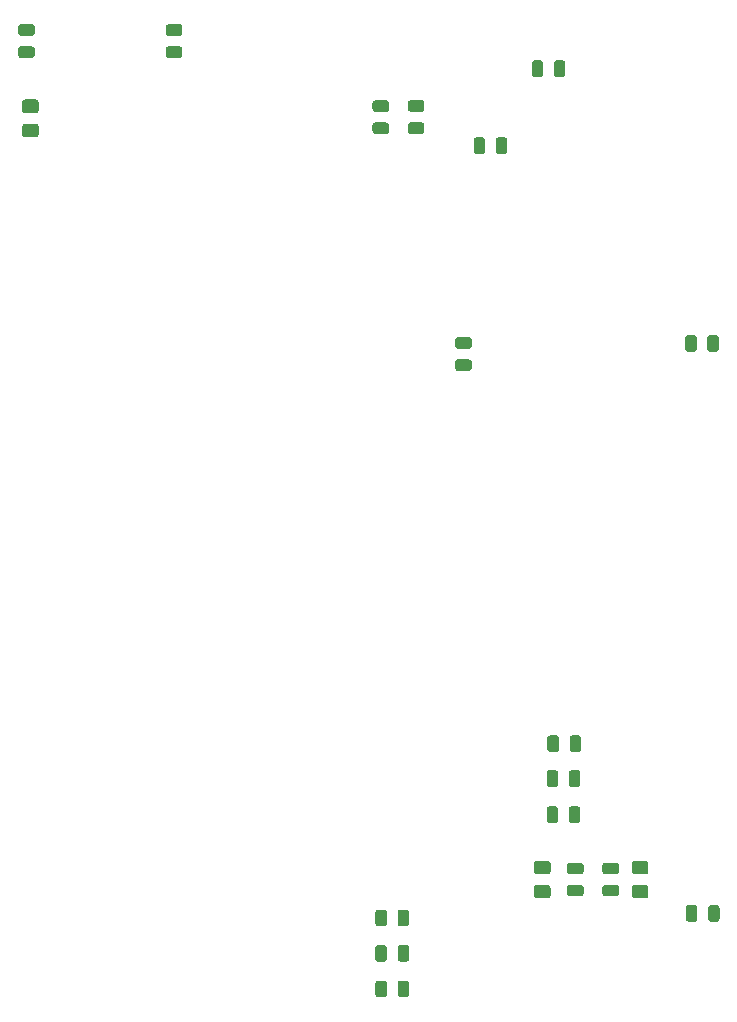
<source format=gbr>
G04 #@! TF.GenerationSoftware,KiCad,Pcbnew,(5.1.5)-3*
G04 #@! TF.CreationDate,2020-06-15T09:38:15+02:00*
G04 #@! TF.ProjectId,LAWO_ESP32,4c41574f-5f45-4535-9033-322e6b696361,rev?*
G04 #@! TF.SameCoordinates,Original*
G04 #@! TF.FileFunction,Paste,Top*
G04 #@! TF.FilePolarity,Positive*
%FSLAX46Y46*%
G04 Gerber Fmt 4.6, Leading zero omitted, Abs format (unit mm)*
G04 Created by KiCad (PCBNEW (5.1.5)-3) date 2020-06-15 09:38:15*
%MOMM*%
%LPD*%
G04 APERTURE LIST*
%ADD10C,0.100000*%
G04 APERTURE END LIST*
D10*
G36*
X75616743Y-36156574D02*
G01*
X75640404Y-36160084D01*
X75663608Y-36165896D01*
X75686130Y-36173954D01*
X75707754Y-36184182D01*
X75728271Y-36196479D01*
X75747484Y-36210729D01*
X75765208Y-36226793D01*
X75781272Y-36244517D01*
X75795522Y-36263730D01*
X75807819Y-36284247D01*
X75818047Y-36305871D01*
X75826105Y-36328393D01*
X75831917Y-36351597D01*
X75835427Y-36375258D01*
X75836601Y-36399150D01*
X75836601Y-37311650D01*
X75835427Y-37335542D01*
X75831917Y-37359203D01*
X75826105Y-37382407D01*
X75818047Y-37404929D01*
X75807819Y-37426553D01*
X75795522Y-37447070D01*
X75781272Y-37466283D01*
X75765208Y-37484007D01*
X75747484Y-37500071D01*
X75728271Y-37514321D01*
X75707754Y-37526618D01*
X75686130Y-37536846D01*
X75663608Y-37544904D01*
X75640404Y-37550716D01*
X75616743Y-37554226D01*
X75592851Y-37555400D01*
X75105351Y-37555400D01*
X75081459Y-37554226D01*
X75057798Y-37550716D01*
X75034594Y-37544904D01*
X75012072Y-37536846D01*
X74990448Y-37526618D01*
X74969931Y-37514321D01*
X74950718Y-37500071D01*
X74932994Y-37484007D01*
X74916930Y-37466283D01*
X74902680Y-37447070D01*
X74890383Y-37426553D01*
X74880155Y-37404929D01*
X74872097Y-37382407D01*
X74866285Y-37359203D01*
X74862775Y-37335542D01*
X74861601Y-37311650D01*
X74861601Y-36399150D01*
X74862775Y-36375258D01*
X74866285Y-36351597D01*
X74872097Y-36328393D01*
X74880155Y-36305871D01*
X74890383Y-36284247D01*
X74902680Y-36263730D01*
X74916930Y-36244517D01*
X74932994Y-36226793D01*
X74950718Y-36210729D01*
X74969931Y-36196479D01*
X74990448Y-36184182D01*
X75012072Y-36173954D01*
X75034594Y-36165896D01*
X75057798Y-36160084D01*
X75081459Y-36156574D01*
X75105351Y-36155400D01*
X75592851Y-36155400D01*
X75616743Y-36156574D01*
G37*
G36*
X77491743Y-36156574D02*
G01*
X77515404Y-36160084D01*
X77538608Y-36165896D01*
X77561130Y-36173954D01*
X77582754Y-36184182D01*
X77603271Y-36196479D01*
X77622484Y-36210729D01*
X77640208Y-36226793D01*
X77656272Y-36244517D01*
X77670522Y-36263730D01*
X77682819Y-36284247D01*
X77693047Y-36305871D01*
X77701105Y-36328393D01*
X77706917Y-36351597D01*
X77710427Y-36375258D01*
X77711601Y-36399150D01*
X77711601Y-37311650D01*
X77710427Y-37335542D01*
X77706917Y-37359203D01*
X77701105Y-37382407D01*
X77693047Y-37404929D01*
X77682819Y-37426553D01*
X77670522Y-37447070D01*
X77656272Y-37466283D01*
X77640208Y-37484007D01*
X77622484Y-37500071D01*
X77603271Y-37514321D01*
X77582754Y-37526618D01*
X77561130Y-37536846D01*
X77538608Y-37544904D01*
X77515404Y-37550716D01*
X77491743Y-37554226D01*
X77467851Y-37555400D01*
X76980351Y-37555400D01*
X76956459Y-37554226D01*
X76932798Y-37550716D01*
X76909594Y-37544904D01*
X76887072Y-37536846D01*
X76865448Y-37526618D01*
X76844931Y-37514321D01*
X76825718Y-37500071D01*
X76807994Y-37484007D01*
X76791930Y-37466283D01*
X76777680Y-37447070D01*
X76765383Y-37426553D01*
X76755155Y-37404929D01*
X76747097Y-37382407D01*
X76741285Y-37359203D01*
X76737775Y-37335542D01*
X76736601Y-37311650D01*
X76736601Y-36399150D01*
X76737775Y-36375258D01*
X76741285Y-36351597D01*
X76747097Y-36328393D01*
X76755155Y-36305871D01*
X76765383Y-36284247D01*
X76777680Y-36263730D01*
X76791930Y-36244517D01*
X76807994Y-36226793D01*
X76825718Y-36210729D01*
X76844931Y-36196479D01*
X76865448Y-36184182D01*
X76887072Y-36173954D01*
X76909594Y-36165896D01*
X76932798Y-36160084D01*
X76956459Y-36156574D01*
X76980351Y-36155400D01*
X77467851Y-36155400D01*
X77491743Y-36156574D01*
G37*
G36*
X80533942Y-29641474D02*
G01*
X80557603Y-29644984D01*
X80580807Y-29650796D01*
X80603329Y-29658854D01*
X80624953Y-29669082D01*
X80645470Y-29681379D01*
X80664683Y-29695629D01*
X80682407Y-29711693D01*
X80698471Y-29729417D01*
X80712721Y-29748630D01*
X80725018Y-29769147D01*
X80735246Y-29790771D01*
X80743304Y-29813293D01*
X80749116Y-29836497D01*
X80752626Y-29860158D01*
X80753800Y-29884050D01*
X80753800Y-30796550D01*
X80752626Y-30820442D01*
X80749116Y-30844103D01*
X80743304Y-30867307D01*
X80735246Y-30889829D01*
X80725018Y-30911453D01*
X80712721Y-30931970D01*
X80698471Y-30951183D01*
X80682407Y-30968907D01*
X80664683Y-30984971D01*
X80645470Y-30999221D01*
X80624953Y-31011518D01*
X80603329Y-31021746D01*
X80580807Y-31029804D01*
X80557603Y-31035616D01*
X80533942Y-31039126D01*
X80510050Y-31040300D01*
X80022550Y-31040300D01*
X79998658Y-31039126D01*
X79974997Y-31035616D01*
X79951793Y-31029804D01*
X79929271Y-31021746D01*
X79907647Y-31011518D01*
X79887130Y-30999221D01*
X79867917Y-30984971D01*
X79850193Y-30968907D01*
X79834129Y-30951183D01*
X79819879Y-30931970D01*
X79807582Y-30911453D01*
X79797354Y-30889829D01*
X79789296Y-30867307D01*
X79783484Y-30844103D01*
X79779974Y-30820442D01*
X79778800Y-30796550D01*
X79778800Y-29884050D01*
X79779974Y-29860158D01*
X79783484Y-29836497D01*
X79789296Y-29813293D01*
X79797354Y-29790771D01*
X79807582Y-29769147D01*
X79819879Y-29748630D01*
X79834129Y-29729417D01*
X79850193Y-29711693D01*
X79867917Y-29695629D01*
X79887130Y-29681379D01*
X79907647Y-29669082D01*
X79929271Y-29658854D01*
X79951793Y-29650796D01*
X79974997Y-29644984D01*
X79998658Y-29641474D01*
X80022550Y-29640300D01*
X80510050Y-29640300D01*
X80533942Y-29641474D01*
G37*
G36*
X82408942Y-29641474D02*
G01*
X82432603Y-29644984D01*
X82455807Y-29650796D01*
X82478329Y-29658854D01*
X82499953Y-29669082D01*
X82520470Y-29681379D01*
X82539683Y-29695629D01*
X82557407Y-29711693D01*
X82573471Y-29729417D01*
X82587721Y-29748630D01*
X82600018Y-29769147D01*
X82610246Y-29790771D01*
X82618304Y-29813293D01*
X82624116Y-29836497D01*
X82627626Y-29860158D01*
X82628800Y-29884050D01*
X82628800Y-30796550D01*
X82627626Y-30820442D01*
X82624116Y-30844103D01*
X82618304Y-30867307D01*
X82610246Y-30889829D01*
X82600018Y-30911453D01*
X82587721Y-30931970D01*
X82573471Y-30951183D01*
X82557407Y-30968907D01*
X82539683Y-30984971D01*
X82520470Y-30999221D01*
X82499953Y-31011518D01*
X82478329Y-31021746D01*
X82455807Y-31029804D01*
X82432603Y-31035616D01*
X82408942Y-31039126D01*
X82385050Y-31040300D01*
X81897550Y-31040300D01*
X81873658Y-31039126D01*
X81849997Y-31035616D01*
X81826793Y-31029804D01*
X81804271Y-31021746D01*
X81782647Y-31011518D01*
X81762130Y-30999221D01*
X81742917Y-30984971D01*
X81725193Y-30968907D01*
X81709129Y-30951183D01*
X81694879Y-30931970D01*
X81682582Y-30911453D01*
X81672354Y-30889829D01*
X81664296Y-30867307D01*
X81658484Y-30844103D01*
X81654974Y-30820442D01*
X81653800Y-30796550D01*
X81653800Y-29884050D01*
X81654974Y-29860158D01*
X81658484Y-29836497D01*
X81664296Y-29813293D01*
X81672354Y-29790771D01*
X81682582Y-29769147D01*
X81694879Y-29748630D01*
X81709129Y-29729417D01*
X81725193Y-29711693D01*
X81742917Y-29695629D01*
X81762130Y-29681379D01*
X81782647Y-29669082D01*
X81804271Y-29658854D01*
X81826793Y-29650796D01*
X81849997Y-29644984D01*
X81873658Y-29641474D01*
X81897550Y-29640300D01*
X82385050Y-29640300D01*
X82408942Y-29641474D01*
G37*
G36*
X67480142Y-34889074D02*
G01*
X67503803Y-34892584D01*
X67527007Y-34898396D01*
X67549529Y-34906454D01*
X67571153Y-34916682D01*
X67591670Y-34928979D01*
X67610883Y-34943229D01*
X67628607Y-34959293D01*
X67644671Y-34977017D01*
X67658921Y-34996230D01*
X67671218Y-35016747D01*
X67681446Y-35038371D01*
X67689504Y-35060893D01*
X67695316Y-35084097D01*
X67698826Y-35107758D01*
X67700000Y-35131650D01*
X67700000Y-35619150D01*
X67698826Y-35643042D01*
X67695316Y-35666703D01*
X67689504Y-35689907D01*
X67681446Y-35712429D01*
X67671218Y-35734053D01*
X67658921Y-35754570D01*
X67644671Y-35773783D01*
X67628607Y-35791507D01*
X67610883Y-35807571D01*
X67591670Y-35821821D01*
X67571153Y-35834118D01*
X67549529Y-35844346D01*
X67527007Y-35852404D01*
X67503803Y-35858216D01*
X67480142Y-35861726D01*
X67456250Y-35862900D01*
X66543750Y-35862900D01*
X66519858Y-35861726D01*
X66496197Y-35858216D01*
X66472993Y-35852404D01*
X66450471Y-35844346D01*
X66428847Y-35834118D01*
X66408330Y-35821821D01*
X66389117Y-35807571D01*
X66371393Y-35791507D01*
X66355329Y-35773783D01*
X66341079Y-35754570D01*
X66328782Y-35734053D01*
X66318554Y-35712429D01*
X66310496Y-35689907D01*
X66304684Y-35666703D01*
X66301174Y-35643042D01*
X66300000Y-35619150D01*
X66300000Y-35131650D01*
X66301174Y-35107758D01*
X66304684Y-35084097D01*
X66310496Y-35060893D01*
X66318554Y-35038371D01*
X66328782Y-35016747D01*
X66341079Y-34996230D01*
X66355329Y-34977017D01*
X66371393Y-34959293D01*
X66389117Y-34943229D01*
X66408330Y-34928979D01*
X66428847Y-34916682D01*
X66450471Y-34906454D01*
X66472993Y-34898396D01*
X66496197Y-34892584D01*
X66519858Y-34889074D01*
X66543750Y-34887900D01*
X67456250Y-34887900D01*
X67480142Y-34889074D01*
G37*
G36*
X67480142Y-33014074D02*
G01*
X67503803Y-33017584D01*
X67527007Y-33023396D01*
X67549529Y-33031454D01*
X67571153Y-33041682D01*
X67591670Y-33053979D01*
X67610883Y-33068229D01*
X67628607Y-33084293D01*
X67644671Y-33102017D01*
X67658921Y-33121230D01*
X67671218Y-33141747D01*
X67681446Y-33163371D01*
X67689504Y-33185893D01*
X67695316Y-33209097D01*
X67698826Y-33232758D01*
X67700000Y-33256650D01*
X67700000Y-33744150D01*
X67698826Y-33768042D01*
X67695316Y-33791703D01*
X67689504Y-33814907D01*
X67681446Y-33837429D01*
X67671218Y-33859053D01*
X67658921Y-33879570D01*
X67644671Y-33898783D01*
X67628607Y-33916507D01*
X67610883Y-33932571D01*
X67591670Y-33946821D01*
X67571153Y-33959118D01*
X67549529Y-33969346D01*
X67527007Y-33977404D01*
X67503803Y-33983216D01*
X67480142Y-33986726D01*
X67456250Y-33987900D01*
X66543750Y-33987900D01*
X66519858Y-33986726D01*
X66496197Y-33983216D01*
X66472993Y-33977404D01*
X66450471Y-33969346D01*
X66428847Y-33959118D01*
X66408330Y-33946821D01*
X66389117Y-33932571D01*
X66371393Y-33916507D01*
X66355329Y-33898783D01*
X66341079Y-33879570D01*
X66328782Y-33859053D01*
X66318554Y-33837429D01*
X66310496Y-33814907D01*
X66304684Y-33791703D01*
X66301174Y-33768042D01*
X66300000Y-33744150D01*
X66300000Y-33256650D01*
X66301174Y-33232758D01*
X66304684Y-33209097D01*
X66310496Y-33185893D01*
X66318554Y-33163371D01*
X66328782Y-33141747D01*
X66341079Y-33121230D01*
X66355329Y-33102017D01*
X66371393Y-33084293D01*
X66389117Y-33068229D01*
X66408330Y-33053979D01*
X66428847Y-33041682D01*
X66450471Y-33031454D01*
X66472993Y-33023396D01*
X66496197Y-33017584D01*
X66519858Y-33014074D01*
X66543750Y-33012900D01*
X67456250Y-33012900D01*
X67480142Y-33014074D01*
G37*
G36*
X70482542Y-34880874D02*
G01*
X70506203Y-34884384D01*
X70529407Y-34890196D01*
X70551929Y-34898254D01*
X70573553Y-34908482D01*
X70594070Y-34920779D01*
X70613283Y-34935029D01*
X70631007Y-34951093D01*
X70647071Y-34968817D01*
X70661321Y-34988030D01*
X70673618Y-35008547D01*
X70683846Y-35030171D01*
X70691904Y-35052693D01*
X70697716Y-35075897D01*
X70701226Y-35099558D01*
X70702400Y-35123450D01*
X70702400Y-35610950D01*
X70701226Y-35634842D01*
X70697716Y-35658503D01*
X70691904Y-35681707D01*
X70683846Y-35704229D01*
X70673618Y-35725853D01*
X70661321Y-35746370D01*
X70647071Y-35765583D01*
X70631007Y-35783307D01*
X70613283Y-35799371D01*
X70594070Y-35813621D01*
X70573553Y-35825918D01*
X70551929Y-35836146D01*
X70529407Y-35844204D01*
X70506203Y-35850016D01*
X70482542Y-35853526D01*
X70458650Y-35854700D01*
X69546150Y-35854700D01*
X69522258Y-35853526D01*
X69498597Y-35850016D01*
X69475393Y-35844204D01*
X69452871Y-35836146D01*
X69431247Y-35825918D01*
X69410730Y-35813621D01*
X69391517Y-35799371D01*
X69373793Y-35783307D01*
X69357729Y-35765583D01*
X69343479Y-35746370D01*
X69331182Y-35725853D01*
X69320954Y-35704229D01*
X69312896Y-35681707D01*
X69307084Y-35658503D01*
X69303574Y-35634842D01*
X69302400Y-35610950D01*
X69302400Y-35123450D01*
X69303574Y-35099558D01*
X69307084Y-35075897D01*
X69312896Y-35052693D01*
X69320954Y-35030171D01*
X69331182Y-35008547D01*
X69343479Y-34988030D01*
X69357729Y-34968817D01*
X69373793Y-34951093D01*
X69391517Y-34935029D01*
X69410730Y-34920779D01*
X69431247Y-34908482D01*
X69452871Y-34898254D01*
X69475393Y-34890196D01*
X69498597Y-34884384D01*
X69522258Y-34880874D01*
X69546150Y-34879700D01*
X70458650Y-34879700D01*
X70482542Y-34880874D01*
G37*
G36*
X70482542Y-33005874D02*
G01*
X70506203Y-33009384D01*
X70529407Y-33015196D01*
X70551929Y-33023254D01*
X70573553Y-33033482D01*
X70594070Y-33045779D01*
X70613283Y-33060029D01*
X70631007Y-33076093D01*
X70647071Y-33093817D01*
X70661321Y-33113030D01*
X70673618Y-33133547D01*
X70683846Y-33155171D01*
X70691904Y-33177693D01*
X70697716Y-33200897D01*
X70701226Y-33224558D01*
X70702400Y-33248450D01*
X70702400Y-33735950D01*
X70701226Y-33759842D01*
X70697716Y-33783503D01*
X70691904Y-33806707D01*
X70683846Y-33829229D01*
X70673618Y-33850853D01*
X70661321Y-33871370D01*
X70647071Y-33890583D01*
X70631007Y-33908307D01*
X70613283Y-33924371D01*
X70594070Y-33938621D01*
X70573553Y-33950918D01*
X70551929Y-33961146D01*
X70529407Y-33969204D01*
X70506203Y-33975016D01*
X70482542Y-33978526D01*
X70458650Y-33979700D01*
X69546150Y-33979700D01*
X69522258Y-33978526D01*
X69498597Y-33975016D01*
X69475393Y-33969204D01*
X69452871Y-33961146D01*
X69431247Y-33950918D01*
X69410730Y-33938621D01*
X69391517Y-33924371D01*
X69373793Y-33908307D01*
X69357729Y-33890583D01*
X69343479Y-33871370D01*
X69331182Y-33850853D01*
X69320954Y-33829229D01*
X69312896Y-33806707D01*
X69307084Y-33783503D01*
X69303574Y-33759842D01*
X69302400Y-33735950D01*
X69302400Y-33248450D01*
X69303574Y-33224558D01*
X69307084Y-33200897D01*
X69312896Y-33177693D01*
X69320954Y-33155171D01*
X69331182Y-33133547D01*
X69343479Y-33113030D01*
X69357729Y-33093817D01*
X69373793Y-33076093D01*
X69391517Y-33060029D01*
X69410730Y-33045779D01*
X69431247Y-33033482D01*
X69452871Y-33023254D01*
X69475393Y-33015196D01*
X69498597Y-33009384D01*
X69522258Y-33005874D01*
X69546150Y-33004700D01*
X70458650Y-33004700D01*
X70482542Y-33005874D01*
G37*
G36*
X49980142Y-28451174D02*
G01*
X50003803Y-28454684D01*
X50027007Y-28460496D01*
X50049529Y-28468554D01*
X50071153Y-28478782D01*
X50091670Y-28491079D01*
X50110883Y-28505329D01*
X50128607Y-28521393D01*
X50144671Y-28539117D01*
X50158921Y-28558330D01*
X50171218Y-28578847D01*
X50181446Y-28600471D01*
X50189504Y-28622993D01*
X50195316Y-28646197D01*
X50198826Y-28669858D01*
X50200000Y-28693750D01*
X50200000Y-29181250D01*
X50198826Y-29205142D01*
X50195316Y-29228803D01*
X50189504Y-29252007D01*
X50181446Y-29274529D01*
X50171218Y-29296153D01*
X50158921Y-29316670D01*
X50144671Y-29335883D01*
X50128607Y-29353607D01*
X50110883Y-29369671D01*
X50091670Y-29383921D01*
X50071153Y-29396218D01*
X50049529Y-29406446D01*
X50027007Y-29414504D01*
X50003803Y-29420316D01*
X49980142Y-29423826D01*
X49956250Y-29425000D01*
X49043750Y-29425000D01*
X49019858Y-29423826D01*
X48996197Y-29420316D01*
X48972993Y-29414504D01*
X48950471Y-29406446D01*
X48928847Y-29396218D01*
X48908330Y-29383921D01*
X48889117Y-29369671D01*
X48871393Y-29353607D01*
X48855329Y-29335883D01*
X48841079Y-29316670D01*
X48828782Y-29296153D01*
X48818554Y-29274529D01*
X48810496Y-29252007D01*
X48804684Y-29228803D01*
X48801174Y-29205142D01*
X48800000Y-29181250D01*
X48800000Y-28693750D01*
X48801174Y-28669858D01*
X48804684Y-28646197D01*
X48810496Y-28622993D01*
X48818554Y-28600471D01*
X48828782Y-28578847D01*
X48841079Y-28558330D01*
X48855329Y-28539117D01*
X48871393Y-28521393D01*
X48889117Y-28505329D01*
X48908330Y-28491079D01*
X48928847Y-28478782D01*
X48950471Y-28468554D01*
X48972993Y-28460496D01*
X48996197Y-28454684D01*
X49019858Y-28451174D01*
X49043750Y-28450000D01*
X49956250Y-28450000D01*
X49980142Y-28451174D01*
G37*
G36*
X49980142Y-26576174D02*
G01*
X50003803Y-26579684D01*
X50027007Y-26585496D01*
X50049529Y-26593554D01*
X50071153Y-26603782D01*
X50091670Y-26616079D01*
X50110883Y-26630329D01*
X50128607Y-26646393D01*
X50144671Y-26664117D01*
X50158921Y-26683330D01*
X50171218Y-26703847D01*
X50181446Y-26725471D01*
X50189504Y-26747993D01*
X50195316Y-26771197D01*
X50198826Y-26794858D01*
X50200000Y-26818750D01*
X50200000Y-27306250D01*
X50198826Y-27330142D01*
X50195316Y-27353803D01*
X50189504Y-27377007D01*
X50181446Y-27399529D01*
X50171218Y-27421153D01*
X50158921Y-27441670D01*
X50144671Y-27460883D01*
X50128607Y-27478607D01*
X50110883Y-27494671D01*
X50091670Y-27508921D01*
X50071153Y-27521218D01*
X50049529Y-27531446D01*
X50027007Y-27539504D01*
X50003803Y-27545316D01*
X49980142Y-27548826D01*
X49956250Y-27550000D01*
X49043750Y-27550000D01*
X49019858Y-27548826D01*
X48996197Y-27545316D01*
X48972993Y-27539504D01*
X48950471Y-27531446D01*
X48928847Y-27521218D01*
X48908330Y-27508921D01*
X48889117Y-27494671D01*
X48871393Y-27478607D01*
X48855329Y-27460883D01*
X48841079Y-27441670D01*
X48828782Y-27421153D01*
X48818554Y-27399529D01*
X48810496Y-27377007D01*
X48804684Y-27353803D01*
X48801174Y-27330142D01*
X48800000Y-27306250D01*
X48800000Y-26818750D01*
X48801174Y-26794858D01*
X48804684Y-26771197D01*
X48810496Y-26747993D01*
X48818554Y-26725471D01*
X48828782Y-26703847D01*
X48841079Y-26683330D01*
X48855329Y-26664117D01*
X48871393Y-26646393D01*
X48889117Y-26630329D01*
X48908330Y-26616079D01*
X48928847Y-26603782D01*
X48950471Y-26593554D01*
X48972993Y-26585496D01*
X48996197Y-26579684D01*
X49019858Y-26576174D01*
X49043750Y-26575000D01*
X49956250Y-26575000D01*
X49980142Y-26576174D01*
G37*
G36*
X37480142Y-26576174D02*
G01*
X37503803Y-26579684D01*
X37527007Y-26585496D01*
X37549529Y-26593554D01*
X37571153Y-26603782D01*
X37591670Y-26616079D01*
X37610883Y-26630329D01*
X37628607Y-26646393D01*
X37644671Y-26664117D01*
X37658921Y-26683330D01*
X37671218Y-26703847D01*
X37681446Y-26725471D01*
X37689504Y-26747993D01*
X37695316Y-26771197D01*
X37698826Y-26794858D01*
X37700000Y-26818750D01*
X37700000Y-27306250D01*
X37698826Y-27330142D01*
X37695316Y-27353803D01*
X37689504Y-27377007D01*
X37681446Y-27399529D01*
X37671218Y-27421153D01*
X37658921Y-27441670D01*
X37644671Y-27460883D01*
X37628607Y-27478607D01*
X37610883Y-27494671D01*
X37591670Y-27508921D01*
X37571153Y-27521218D01*
X37549529Y-27531446D01*
X37527007Y-27539504D01*
X37503803Y-27545316D01*
X37480142Y-27548826D01*
X37456250Y-27550000D01*
X36543750Y-27550000D01*
X36519858Y-27548826D01*
X36496197Y-27545316D01*
X36472993Y-27539504D01*
X36450471Y-27531446D01*
X36428847Y-27521218D01*
X36408330Y-27508921D01*
X36389117Y-27494671D01*
X36371393Y-27478607D01*
X36355329Y-27460883D01*
X36341079Y-27441670D01*
X36328782Y-27421153D01*
X36318554Y-27399529D01*
X36310496Y-27377007D01*
X36304684Y-27353803D01*
X36301174Y-27330142D01*
X36300000Y-27306250D01*
X36300000Y-26818750D01*
X36301174Y-26794858D01*
X36304684Y-26771197D01*
X36310496Y-26747993D01*
X36318554Y-26725471D01*
X36328782Y-26703847D01*
X36341079Y-26683330D01*
X36355329Y-26664117D01*
X36371393Y-26646393D01*
X36389117Y-26630329D01*
X36408330Y-26616079D01*
X36428847Y-26603782D01*
X36450471Y-26593554D01*
X36472993Y-26585496D01*
X36496197Y-26579684D01*
X36519858Y-26576174D01*
X36543750Y-26575000D01*
X37456250Y-26575000D01*
X37480142Y-26576174D01*
G37*
G36*
X37480142Y-28451174D02*
G01*
X37503803Y-28454684D01*
X37527007Y-28460496D01*
X37549529Y-28468554D01*
X37571153Y-28478782D01*
X37591670Y-28491079D01*
X37610883Y-28505329D01*
X37628607Y-28521393D01*
X37644671Y-28539117D01*
X37658921Y-28558330D01*
X37671218Y-28578847D01*
X37681446Y-28600471D01*
X37689504Y-28622993D01*
X37695316Y-28646197D01*
X37698826Y-28669858D01*
X37700000Y-28693750D01*
X37700000Y-29181250D01*
X37698826Y-29205142D01*
X37695316Y-29228803D01*
X37689504Y-29252007D01*
X37681446Y-29274529D01*
X37671218Y-29296153D01*
X37658921Y-29316670D01*
X37644671Y-29335883D01*
X37628607Y-29353607D01*
X37610883Y-29369671D01*
X37591670Y-29383921D01*
X37571153Y-29396218D01*
X37549529Y-29406446D01*
X37527007Y-29414504D01*
X37503803Y-29420316D01*
X37480142Y-29423826D01*
X37456250Y-29425000D01*
X36543750Y-29425000D01*
X36519858Y-29423826D01*
X36496197Y-29420316D01*
X36472993Y-29414504D01*
X36450471Y-29406446D01*
X36428847Y-29396218D01*
X36408330Y-29383921D01*
X36389117Y-29369671D01*
X36371393Y-29353607D01*
X36355329Y-29335883D01*
X36341079Y-29316670D01*
X36328782Y-29296153D01*
X36318554Y-29274529D01*
X36310496Y-29252007D01*
X36304684Y-29228803D01*
X36301174Y-29205142D01*
X36300000Y-29181250D01*
X36300000Y-28693750D01*
X36301174Y-28669858D01*
X36304684Y-28646197D01*
X36310496Y-28622993D01*
X36318554Y-28600471D01*
X36328782Y-28578847D01*
X36341079Y-28558330D01*
X36355329Y-28539117D01*
X36371393Y-28521393D01*
X36389117Y-28505329D01*
X36408330Y-28491079D01*
X36428847Y-28478782D01*
X36450471Y-28468554D01*
X36472993Y-28460496D01*
X36496197Y-28454684D01*
X36519858Y-28451174D01*
X36543750Y-28450000D01*
X37456250Y-28450000D01*
X37480142Y-28451174D01*
G37*
G36*
X93530142Y-52901174D02*
G01*
X93553803Y-52904684D01*
X93577007Y-52910496D01*
X93599529Y-52918554D01*
X93621153Y-52928782D01*
X93641670Y-52941079D01*
X93660883Y-52955329D01*
X93678607Y-52971393D01*
X93694671Y-52989117D01*
X93708921Y-53008330D01*
X93721218Y-53028847D01*
X93731446Y-53050471D01*
X93739504Y-53072993D01*
X93745316Y-53096197D01*
X93748826Y-53119858D01*
X93750000Y-53143750D01*
X93750000Y-54056250D01*
X93748826Y-54080142D01*
X93745316Y-54103803D01*
X93739504Y-54127007D01*
X93731446Y-54149529D01*
X93721218Y-54171153D01*
X93708921Y-54191670D01*
X93694671Y-54210883D01*
X93678607Y-54228607D01*
X93660883Y-54244671D01*
X93641670Y-54258921D01*
X93621153Y-54271218D01*
X93599529Y-54281446D01*
X93577007Y-54289504D01*
X93553803Y-54295316D01*
X93530142Y-54298826D01*
X93506250Y-54300000D01*
X93018750Y-54300000D01*
X92994858Y-54298826D01*
X92971197Y-54295316D01*
X92947993Y-54289504D01*
X92925471Y-54281446D01*
X92903847Y-54271218D01*
X92883330Y-54258921D01*
X92864117Y-54244671D01*
X92846393Y-54228607D01*
X92830329Y-54210883D01*
X92816079Y-54191670D01*
X92803782Y-54171153D01*
X92793554Y-54149529D01*
X92785496Y-54127007D01*
X92779684Y-54103803D01*
X92776174Y-54080142D01*
X92775000Y-54056250D01*
X92775000Y-53143750D01*
X92776174Y-53119858D01*
X92779684Y-53096197D01*
X92785496Y-53072993D01*
X92793554Y-53050471D01*
X92803782Y-53028847D01*
X92816079Y-53008330D01*
X92830329Y-52989117D01*
X92846393Y-52971393D01*
X92864117Y-52955329D01*
X92883330Y-52941079D01*
X92903847Y-52928782D01*
X92925471Y-52918554D01*
X92947993Y-52910496D01*
X92971197Y-52904684D01*
X92994858Y-52901174D01*
X93018750Y-52900000D01*
X93506250Y-52900000D01*
X93530142Y-52901174D01*
G37*
G36*
X95405142Y-52901174D02*
G01*
X95428803Y-52904684D01*
X95452007Y-52910496D01*
X95474529Y-52918554D01*
X95496153Y-52928782D01*
X95516670Y-52941079D01*
X95535883Y-52955329D01*
X95553607Y-52971393D01*
X95569671Y-52989117D01*
X95583921Y-53008330D01*
X95596218Y-53028847D01*
X95606446Y-53050471D01*
X95614504Y-53072993D01*
X95620316Y-53096197D01*
X95623826Y-53119858D01*
X95625000Y-53143750D01*
X95625000Y-54056250D01*
X95623826Y-54080142D01*
X95620316Y-54103803D01*
X95614504Y-54127007D01*
X95606446Y-54149529D01*
X95596218Y-54171153D01*
X95583921Y-54191670D01*
X95569671Y-54210883D01*
X95553607Y-54228607D01*
X95535883Y-54244671D01*
X95516670Y-54258921D01*
X95496153Y-54271218D01*
X95474529Y-54281446D01*
X95452007Y-54289504D01*
X95428803Y-54295316D01*
X95405142Y-54298826D01*
X95381250Y-54300000D01*
X94893750Y-54300000D01*
X94869858Y-54298826D01*
X94846197Y-54295316D01*
X94822993Y-54289504D01*
X94800471Y-54281446D01*
X94778847Y-54271218D01*
X94758330Y-54258921D01*
X94739117Y-54244671D01*
X94721393Y-54228607D01*
X94705329Y-54210883D01*
X94691079Y-54191670D01*
X94678782Y-54171153D01*
X94668554Y-54149529D01*
X94660496Y-54127007D01*
X94654684Y-54103803D01*
X94651174Y-54080142D01*
X94650000Y-54056250D01*
X94650000Y-53143750D01*
X94651174Y-53119858D01*
X94654684Y-53096197D01*
X94660496Y-53072993D01*
X94668554Y-53050471D01*
X94678782Y-53028847D01*
X94691079Y-53008330D01*
X94705329Y-52989117D01*
X94721393Y-52971393D01*
X94739117Y-52955329D01*
X94758330Y-52941079D01*
X94778847Y-52928782D01*
X94800471Y-52918554D01*
X94822993Y-52910496D01*
X94846197Y-52904684D01*
X94869858Y-52901174D01*
X94893750Y-52900000D01*
X95381250Y-52900000D01*
X95405142Y-52901174D01*
G37*
G36*
X95463142Y-101155174D02*
G01*
X95486803Y-101158684D01*
X95510007Y-101164496D01*
X95532529Y-101172554D01*
X95554153Y-101182782D01*
X95574670Y-101195079D01*
X95593883Y-101209329D01*
X95611607Y-101225393D01*
X95627671Y-101243117D01*
X95641921Y-101262330D01*
X95654218Y-101282847D01*
X95664446Y-101304471D01*
X95672504Y-101326993D01*
X95678316Y-101350197D01*
X95681826Y-101373858D01*
X95683000Y-101397750D01*
X95683000Y-102310250D01*
X95681826Y-102334142D01*
X95678316Y-102357803D01*
X95672504Y-102381007D01*
X95664446Y-102403529D01*
X95654218Y-102425153D01*
X95641921Y-102445670D01*
X95627671Y-102464883D01*
X95611607Y-102482607D01*
X95593883Y-102498671D01*
X95574670Y-102512921D01*
X95554153Y-102525218D01*
X95532529Y-102535446D01*
X95510007Y-102543504D01*
X95486803Y-102549316D01*
X95463142Y-102552826D01*
X95439250Y-102554000D01*
X94951750Y-102554000D01*
X94927858Y-102552826D01*
X94904197Y-102549316D01*
X94880993Y-102543504D01*
X94858471Y-102535446D01*
X94836847Y-102525218D01*
X94816330Y-102512921D01*
X94797117Y-102498671D01*
X94779393Y-102482607D01*
X94763329Y-102464883D01*
X94749079Y-102445670D01*
X94736782Y-102425153D01*
X94726554Y-102403529D01*
X94718496Y-102381007D01*
X94712684Y-102357803D01*
X94709174Y-102334142D01*
X94708000Y-102310250D01*
X94708000Y-101397750D01*
X94709174Y-101373858D01*
X94712684Y-101350197D01*
X94718496Y-101326993D01*
X94726554Y-101304471D01*
X94736782Y-101282847D01*
X94749079Y-101262330D01*
X94763329Y-101243117D01*
X94779393Y-101225393D01*
X94797117Y-101209329D01*
X94816330Y-101195079D01*
X94836847Y-101182782D01*
X94858471Y-101172554D01*
X94880993Y-101164496D01*
X94904197Y-101158684D01*
X94927858Y-101155174D01*
X94951750Y-101154000D01*
X95439250Y-101154000D01*
X95463142Y-101155174D01*
G37*
G36*
X93588142Y-101155174D02*
G01*
X93611803Y-101158684D01*
X93635007Y-101164496D01*
X93657529Y-101172554D01*
X93679153Y-101182782D01*
X93699670Y-101195079D01*
X93718883Y-101209329D01*
X93736607Y-101225393D01*
X93752671Y-101243117D01*
X93766921Y-101262330D01*
X93779218Y-101282847D01*
X93789446Y-101304471D01*
X93797504Y-101326993D01*
X93803316Y-101350197D01*
X93806826Y-101373858D01*
X93808000Y-101397750D01*
X93808000Y-102310250D01*
X93806826Y-102334142D01*
X93803316Y-102357803D01*
X93797504Y-102381007D01*
X93789446Y-102403529D01*
X93779218Y-102425153D01*
X93766921Y-102445670D01*
X93752671Y-102464883D01*
X93736607Y-102482607D01*
X93718883Y-102498671D01*
X93699670Y-102512921D01*
X93679153Y-102525218D01*
X93657529Y-102535446D01*
X93635007Y-102543504D01*
X93611803Y-102549316D01*
X93588142Y-102552826D01*
X93564250Y-102554000D01*
X93076750Y-102554000D01*
X93052858Y-102552826D01*
X93029197Y-102549316D01*
X93005993Y-102543504D01*
X92983471Y-102535446D01*
X92961847Y-102525218D01*
X92941330Y-102512921D01*
X92922117Y-102498671D01*
X92904393Y-102482607D01*
X92888329Y-102464883D01*
X92874079Y-102445670D01*
X92861782Y-102425153D01*
X92851554Y-102403529D01*
X92843496Y-102381007D01*
X92837684Y-102357803D01*
X92834174Y-102334142D01*
X92833000Y-102310250D01*
X92833000Y-101397750D01*
X92834174Y-101373858D01*
X92837684Y-101350197D01*
X92843496Y-101326993D01*
X92851554Y-101304471D01*
X92861782Y-101282847D01*
X92874079Y-101262330D01*
X92888329Y-101243117D01*
X92904393Y-101225393D01*
X92922117Y-101209329D01*
X92941330Y-101195079D01*
X92961847Y-101182782D01*
X92983471Y-101172554D01*
X93005993Y-101164496D01*
X93029197Y-101158684D01*
X93052858Y-101155174D01*
X93076750Y-101154000D01*
X93564250Y-101154000D01*
X93588142Y-101155174D01*
G37*
G36*
X74480142Y-53076174D02*
G01*
X74503803Y-53079684D01*
X74527007Y-53085496D01*
X74549529Y-53093554D01*
X74571153Y-53103782D01*
X74591670Y-53116079D01*
X74610883Y-53130329D01*
X74628607Y-53146393D01*
X74644671Y-53164117D01*
X74658921Y-53183330D01*
X74671218Y-53203847D01*
X74681446Y-53225471D01*
X74689504Y-53247993D01*
X74695316Y-53271197D01*
X74698826Y-53294858D01*
X74700000Y-53318750D01*
X74700000Y-53806250D01*
X74698826Y-53830142D01*
X74695316Y-53853803D01*
X74689504Y-53877007D01*
X74681446Y-53899529D01*
X74671218Y-53921153D01*
X74658921Y-53941670D01*
X74644671Y-53960883D01*
X74628607Y-53978607D01*
X74610883Y-53994671D01*
X74591670Y-54008921D01*
X74571153Y-54021218D01*
X74549529Y-54031446D01*
X74527007Y-54039504D01*
X74503803Y-54045316D01*
X74480142Y-54048826D01*
X74456250Y-54050000D01*
X73543750Y-54050000D01*
X73519858Y-54048826D01*
X73496197Y-54045316D01*
X73472993Y-54039504D01*
X73450471Y-54031446D01*
X73428847Y-54021218D01*
X73408330Y-54008921D01*
X73389117Y-53994671D01*
X73371393Y-53978607D01*
X73355329Y-53960883D01*
X73341079Y-53941670D01*
X73328782Y-53921153D01*
X73318554Y-53899529D01*
X73310496Y-53877007D01*
X73304684Y-53853803D01*
X73301174Y-53830142D01*
X73300000Y-53806250D01*
X73300000Y-53318750D01*
X73301174Y-53294858D01*
X73304684Y-53271197D01*
X73310496Y-53247993D01*
X73318554Y-53225471D01*
X73328782Y-53203847D01*
X73341079Y-53183330D01*
X73355329Y-53164117D01*
X73371393Y-53146393D01*
X73389117Y-53130329D01*
X73408330Y-53116079D01*
X73428847Y-53103782D01*
X73450471Y-53093554D01*
X73472993Y-53085496D01*
X73496197Y-53079684D01*
X73519858Y-53076174D01*
X73543750Y-53075000D01*
X74456250Y-53075000D01*
X74480142Y-53076174D01*
G37*
G36*
X74480142Y-54951174D02*
G01*
X74503803Y-54954684D01*
X74527007Y-54960496D01*
X74549529Y-54968554D01*
X74571153Y-54978782D01*
X74591670Y-54991079D01*
X74610883Y-55005329D01*
X74628607Y-55021393D01*
X74644671Y-55039117D01*
X74658921Y-55058330D01*
X74671218Y-55078847D01*
X74681446Y-55100471D01*
X74689504Y-55122993D01*
X74695316Y-55146197D01*
X74698826Y-55169858D01*
X74700000Y-55193750D01*
X74700000Y-55681250D01*
X74698826Y-55705142D01*
X74695316Y-55728803D01*
X74689504Y-55752007D01*
X74681446Y-55774529D01*
X74671218Y-55796153D01*
X74658921Y-55816670D01*
X74644671Y-55835883D01*
X74628607Y-55853607D01*
X74610883Y-55869671D01*
X74591670Y-55883921D01*
X74571153Y-55896218D01*
X74549529Y-55906446D01*
X74527007Y-55914504D01*
X74503803Y-55920316D01*
X74480142Y-55923826D01*
X74456250Y-55925000D01*
X73543750Y-55925000D01*
X73519858Y-55923826D01*
X73496197Y-55920316D01*
X73472993Y-55914504D01*
X73450471Y-55906446D01*
X73428847Y-55896218D01*
X73408330Y-55883921D01*
X73389117Y-55869671D01*
X73371393Y-55853607D01*
X73355329Y-55835883D01*
X73341079Y-55816670D01*
X73328782Y-55796153D01*
X73318554Y-55774529D01*
X73310496Y-55752007D01*
X73304684Y-55728803D01*
X73301174Y-55705142D01*
X73300000Y-55681250D01*
X73300000Y-55193750D01*
X73301174Y-55169858D01*
X73304684Y-55146197D01*
X73310496Y-55122993D01*
X73318554Y-55100471D01*
X73328782Y-55078847D01*
X73341079Y-55058330D01*
X73355329Y-55039117D01*
X73371393Y-55021393D01*
X73389117Y-55005329D01*
X73408330Y-54991079D01*
X73428847Y-54978782D01*
X73450471Y-54968554D01*
X73472993Y-54960496D01*
X73496197Y-54954684D01*
X73519858Y-54951174D01*
X73543750Y-54950000D01*
X74456250Y-54950000D01*
X74480142Y-54951174D01*
G37*
G36*
X81860142Y-86789174D02*
G01*
X81883803Y-86792684D01*
X81907007Y-86798496D01*
X81929529Y-86806554D01*
X81951153Y-86816782D01*
X81971670Y-86829079D01*
X81990883Y-86843329D01*
X82008607Y-86859393D01*
X82024671Y-86877117D01*
X82038921Y-86896330D01*
X82051218Y-86916847D01*
X82061446Y-86938471D01*
X82069504Y-86960993D01*
X82075316Y-86984197D01*
X82078826Y-87007858D01*
X82080000Y-87031750D01*
X82080000Y-87944250D01*
X82078826Y-87968142D01*
X82075316Y-87991803D01*
X82069504Y-88015007D01*
X82061446Y-88037529D01*
X82051218Y-88059153D01*
X82038921Y-88079670D01*
X82024671Y-88098883D01*
X82008607Y-88116607D01*
X81990883Y-88132671D01*
X81971670Y-88146921D01*
X81951153Y-88159218D01*
X81929529Y-88169446D01*
X81907007Y-88177504D01*
X81883803Y-88183316D01*
X81860142Y-88186826D01*
X81836250Y-88188000D01*
X81348750Y-88188000D01*
X81324858Y-88186826D01*
X81301197Y-88183316D01*
X81277993Y-88177504D01*
X81255471Y-88169446D01*
X81233847Y-88159218D01*
X81213330Y-88146921D01*
X81194117Y-88132671D01*
X81176393Y-88116607D01*
X81160329Y-88098883D01*
X81146079Y-88079670D01*
X81133782Y-88059153D01*
X81123554Y-88037529D01*
X81115496Y-88015007D01*
X81109684Y-87991803D01*
X81106174Y-87968142D01*
X81105000Y-87944250D01*
X81105000Y-87031750D01*
X81106174Y-87007858D01*
X81109684Y-86984197D01*
X81115496Y-86960993D01*
X81123554Y-86938471D01*
X81133782Y-86916847D01*
X81146079Y-86896330D01*
X81160329Y-86877117D01*
X81176393Y-86859393D01*
X81194117Y-86843329D01*
X81213330Y-86829079D01*
X81233847Y-86816782D01*
X81255471Y-86806554D01*
X81277993Y-86798496D01*
X81301197Y-86792684D01*
X81324858Y-86789174D01*
X81348750Y-86788000D01*
X81836250Y-86788000D01*
X81860142Y-86789174D01*
G37*
G36*
X83735142Y-86789174D02*
G01*
X83758803Y-86792684D01*
X83782007Y-86798496D01*
X83804529Y-86806554D01*
X83826153Y-86816782D01*
X83846670Y-86829079D01*
X83865883Y-86843329D01*
X83883607Y-86859393D01*
X83899671Y-86877117D01*
X83913921Y-86896330D01*
X83926218Y-86916847D01*
X83936446Y-86938471D01*
X83944504Y-86960993D01*
X83950316Y-86984197D01*
X83953826Y-87007858D01*
X83955000Y-87031750D01*
X83955000Y-87944250D01*
X83953826Y-87968142D01*
X83950316Y-87991803D01*
X83944504Y-88015007D01*
X83936446Y-88037529D01*
X83926218Y-88059153D01*
X83913921Y-88079670D01*
X83899671Y-88098883D01*
X83883607Y-88116607D01*
X83865883Y-88132671D01*
X83846670Y-88146921D01*
X83826153Y-88159218D01*
X83804529Y-88169446D01*
X83782007Y-88177504D01*
X83758803Y-88183316D01*
X83735142Y-88186826D01*
X83711250Y-88188000D01*
X83223750Y-88188000D01*
X83199858Y-88186826D01*
X83176197Y-88183316D01*
X83152993Y-88177504D01*
X83130471Y-88169446D01*
X83108847Y-88159218D01*
X83088330Y-88146921D01*
X83069117Y-88132671D01*
X83051393Y-88116607D01*
X83035329Y-88098883D01*
X83021079Y-88079670D01*
X83008782Y-88059153D01*
X82998554Y-88037529D01*
X82990496Y-88015007D01*
X82984684Y-87991803D01*
X82981174Y-87968142D01*
X82980000Y-87944250D01*
X82980000Y-87031750D01*
X82981174Y-87007858D01*
X82984684Y-86984197D01*
X82990496Y-86960993D01*
X82998554Y-86938471D01*
X83008782Y-86916847D01*
X83021079Y-86896330D01*
X83035329Y-86877117D01*
X83051393Y-86859393D01*
X83069117Y-86843329D01*
X83088330Y-86829079D01*
X83108847Y-86816782D01*
X83130471Y-86806554D01*
X83152993Y-86798496D01*
X83176197Y-86792684D01*
X83199858Y-86789174D01*
X83223750Y-86788000D01*
X83711250Y-86788000D01*
X83735142Y-86789174D01*
G37*
G36*
X81798142Y-89732374D02*
G01*
X81821803Y-89735884D01*
X81845007Y-89741696D01*
X81867529Y-89749754D01*
X81889153Y-89759982D01*
X81909670Y-89772279D01*
X81928883Y-89786529D01*
X81946607Y-89802593D01*
X81962671Y-89820317D01*
X81976921Y-89839530D01*
X81989218Y-89860047D01*
X81999446Y-89881671D01*
X82007504Y-89904193D01*
X82013316Y-89927397D01*
X82016826Y-89951058D01*
X82018000Y-89974950D01*
X82018000Y-90887450D01*
X82016826Y-90911342D01*
X82013316Y-90935003D01*
X82007504Y-90958207D01*
X81999446Y-90980729D01*
X81989218Y-91002353D01*
X81976921Y-91022870D01*
X81962671Y-91042083D01*
X81946607Y-91059807D01*
X81928883Y-91075871D01*
X81909670Y-91090121D01*
X81889153Y-91102418D01*
X81867529Y-91112646D01*
X81845007Y-91120704D01*
X81821803Y-91126516D01*
X81798142Y-91130026D01*
X81774250Y-91131200D01*
X81286750Y-91131200D01*
X81262858Y-91130026D01*
X81239197Y-91126516D01*
X81215993Y-91120704D01*
X81193471Y-91112646D01*
X81171847Y-91102418D01*
X81151330Y-91090121D01*
X81132117Y-91075871D01*
X81114393Y-91059807D01*
X81098329Y-91042083D01*
X81084079Y-91022870D01*
X81071782Y-91002353D01*
X81061554Y-90980729D01*
X81053496Y-90958207D01*
X81047684Y-90935003D01*
X81044174Y-90911342D01*
X81043000Y-90887450D01*
X81043000Y-89974950D01*
X81044174Y-89951058D01*
X81047684Y-89927397D01*
X81053496Y-89904193D01*
X81061554Y-89881671D01*
X81071782Y-89860047D01*
X81084079Y-89839530D01*
X81098329Y-89820317D01*
X81114393Y-89802593D01*
X81132117Y-89786529D01*
X81151330Y-89772279D01*
X81171847Y-89759982D01*
X81193471Y-89749754D01*
X81215993Y-89741696D01*
X81239197Y-89735884D01*
X81262858Y-89732374D01*
X81286750Y-89731200D01*
X81774250Y-89731200D01*
X81798142Y-89732374D01*
G37*
G36*
X83673142Y-89732374D02*
G01*
X83696803Y-89735884D01*
X83720007Y-89741696D01*
X83742529Y-89749754D01*
X83764153Y-89759982D01*
X83784670Y-89772279D01*
X83803883Y-89786529D01*
X83821607Y-89802593D01*
X83837671Y-89820317D01*
X83851921Y-89839530D01*
X83864218Y-89860047D01*
X83874446Y-89881671D01*
X83882504Y-89904193D01*
X83888316Y-89927397D01*
X83891826Y-89951058D01*
X83893000Y-89974950D01*
X83893000Y-90887450D01*
X83891826Y-90911342D01*
X83888316Y-90935003D01*
X83882504Y-90958207D01*
X83874446Y-90980729D01*
X83864218Y-91002353D01*
X83851921Y-91022870D01*
X83837671Y-91042083D01*
X83821607Y-91059807D01*
X83803883Y-91075871D01*
X83784670Y-91090121D01*
X83764153Y-91102418D01*
X83742529Y-91112646D01*
X83720007Y-91120704D01*
X83696803Y-91126516D01*
X83673142Y-91130026D01*
X83649250Y-91131200D01*
X83161750Y-91131200D01*
X83137858Y-91130026D01*
X83114197Y-91126516D01*
X83090993Y-91120704D01*
X83068471Y-91112646D01*
X83046847Y-91102418D01*
X83026330Y-91090121D01*
X83007117Y-91075871D01*
X82989393Y-91059807D01*
X82973329Y-91042083D01*
X82959079Y-91022870D01*
X82946782Y-91002353D01*
X82936554Y-90980729D01*
X82928496Y-90958207D01*
X82922684Y-90935003D01*
X82919174Y-90911342D01*
X82918000Y-90887450D01*
X82918000Y-89974950D01*
X82919174Y-89951058D01*
X82922684Y-89927397D01*
X82928496Y-89904193D01*
X82936554Y-89881671D01*
X82946782Y-89860047D01*
X82959079Y-89839530D01*
X82973329Y-89820317D01*
X82989393Y-89802593D01*
X83007117Y-89786529D01*
X83026330Y-89772279D01*
X83046847Y-89759982D01*
X83068471Y-89749754D01*
X83090993Y-89741696D01*
X83114197Y-89735884D01*
X83137858Y-89732374D01*
X83161750Y-89731200D01*
X83649250Y-89731200D01*
X83673142Y-89732374D01*
G37*
G36*
X81798142Y-92789174D02*
G01*
X81821803Y-92792684D01*
X81845007Y-92798496D01*
X81867529Y-92806554D01*
X81889153Y-92816782D01*
X81909670Y-92829079D01*
X81928883Y-92843329D01*
X81946607Y-92859393D01*
X81962671Y-92877117D01*
X81976921Y-92896330D01*
X81989218Y-92916847D01*
X81999446Y-92938471D01*
X82007504Y-92960993D01*
X82013316Y-92984197D01*
X82016826Y-93007858D01*
X82018000Y-93031750D01*
X82018000Y-93944250D01*
X82016826Y-93968142D01*
X82013316Y-93991803D01*
X82007504Y-94015007D01*
X81999446Y-94037529D01*
X81989218Y-94059153D01*
X81976921Y-94079670D01*
X81962671Y-94098883D01*
X81946607Y-94116607D01*
X81928883Y-94132671D01*
X81909670Y-94146921D01*
X81889153Y-94159218D01*
X81867529Y-94169446D01*
X81845007Y-94177504D01*
X81821803Y-94183316D01*
X81798142Y-94186826D01*
X81774250Y-94188000D01*
X81286750Y-94188000D01*
X81262858Y-94186826D01*
X81239197Y-94183316D01*
X81215993Y-94177504D01*
X81193471Y-94169446D01*
X81171847Y-94159218D01*
X81151330Y-94146921D01*
X81132117Y-94132671D01*
X81114393Y-94116607D01*
X81098329Y-94098883D01*
X81084079Y-94079670D01*
X81071782Y-94059153D01*
X81061554Y-94037529D01*
X81053496Y-94015007D01*
X81047684Y-93991803D01*
X81044174Y-93968142D01*
X81043000Y-93944250D01*
X81043000Y-93031750D01*
X81044174Y-93007858D01*
X81047684Y-92984197D01*
X81053496Y-92960993D01*
X81061554Y-92938471D01*
X81071782Y-92916847D01*
X81084079Y-92896330D01*
X81098329Y-92877117D01*
X81114393Y-92859393D01*
X81132117Y-92843329D01*
X81151330Y-92829079D01*
X81171847Y-92816782D01*
X81193471Y-92806554D01*
X81215993Y-92798496D01*
X81239197Y-92792684D01*
X81262858Y-92789174D01*
X81286750Y-92788000D01*
X81774250Y-92788000D01*
X81798142Y-92789174D01*
G37*
G36*
X83673142Y-92789174D02*
G01*
X83696803Y-92792684D01*
X83720007Y-92798496D01*
X83742529Y-92806554D01*
X83764153Y-92816782D01*
X83784670Y-92829079D01*
X83803883Y-92843329D01*
X83821607Y-92859393D01*
X83837671Y-92877117D01*
X83851921Y-92896330D01*
X83864218Y-92916847D01*
X83874446Y-92938471D01*
X83882504Y-92960993D01*
X83888316Y-92984197D01*
X83891826Y-93007858D01*
X83893000Y-93031750D01*
X83893000Y-93944250D01*
X83891826Y-93968142D01*
X83888316Y-93991803D01*
X83882504Y-94015007D01*
X83874446Y-94037529D01*
X83864218Y-94059153D01*
X83851921Y-94079670D01*
X83837671Y-94098883D01*
X83821607Y-94116607D01*
X83803883Y-94132671D01*
X83784670Y-94146921D01*
X83764153Y-94159218D01*
X83742529Y-94169446D01*
X83720007Y-94177504D01*
X83696803Y-94183316D01*
X83673142Y-94186826D01*
X83649250Y-94188000D01*
X83161750Y-94188000D01*
X83137858Y-94186826D01*
X83114197Y-94183316D01*
X83090993Y-94177504D01*
X83068471Y-94169446D01*
X83046847Y-94159218D01*
X83026330Y-94146921D01*
X83007117Y-94132671D01*
X82989393Y-94116607D01*
X82973329Y-94098883D01*
X82959079Y-94079670D01*
X82946782Y-94059153D01*
X82936554Y-94037529D01*
X82928496Y-94015007D01*
X82922684Y-93991803D01*
X82919174Y-93968142D01*
X82918000Y-93944250D01*
X82918000Y-93031750D01*
X82919174Y-93007858D01*
X82922684Y-92984197D01*
X82928496Y-92960993D01*
X82936554Y-92938471D01*
X82946782Y-92916847D01*
X82959079Y-92896330D01*
X82973329Y-92877117D01*
X82989393Y-92859393D01*
X83007117Y-92843329D01*
X83026330Y-92829079D01*
X83046847Y-92816782D01*
X83068471Y-92806554D01*
X83090993Y-92798496D01*
X83114197Y-92792684D01*
X83137858Y-92789174D01*
X83161750Y-92788000D01*
X83649250Y-92788000D01*
X83673142Y-92789174D01*
G37*
G36*
X83948142Y-99439174D02*
G01*
X83971803Y-99442684D01*
X83995007Y-99448496D01*
X84017529Y-99456554D01*
X84039153Y-99466782D01*
X84059670Y-99479079D01*
X84078883Y-99493329D01*
X84096607Y-99509393D01*
X84112671Y-99527117D01*
X84126921Y-99546330D01*
X84139218Y-99566847D01*
X84149446Y-99588471D01*
X84157504Y-99610993D01*
X84163316Y-99634197D01*
X84166826Y-99657858D01*
X84168000Y-99681750D01*
X84168000Y-100169250D01*
X84166826Y-100193142D01*
X84163316Y-100216803D01*
X84157504Y-100240007D01*
X84149446Y-100262529D01*
X84139218Y-100284153D01*
X84126921Y-100304670D01*
X84112671Y-100323883D01*
X84096607Y-100341607D01*
X84078883Y-100357671D01*
X84059670Y-100371921D01*
X84039153Y-100384218D01*
X84017529Y-100394446D01*
X83995007Y-100402504D01*
X83971803Y-100408316D01*
X83948142Y-100411826D01*
X83924250Y-100413000D01*
X83011750Y-100413000D01*
X82987858Y-100411826D01*
X82964197Y-100408316D01*
X82940993Y-100402504D01*
X82918471Y-100394446D01*
X82896847Y-100384218D01*
X82876330Y-100371921D01*
X82857117Y-100357671D01*
X82839393Y-100341607D01*
X82823329Y-100323883D01*
X82809079Y-100304670D01*
X82796782Y-100284153D01*
X82786554Y-100262529D01*
X82778496Y-100240007D01*
X82772684Y-100216803D01*
X82769174Y-100193142D01*
X82768000Y-100169250D01*
X82768000Y-99681750D01*
X82769174Y-99657858D01*
X82772684Y-99634197D01*
X82778496Y-99610993D01*
X82786554Y-99588471D01*
X82796782Y-99566847D01*
X82809079Y-99546330D01*
X82823329Y-99527117D01*
X82839393Y-99509393D01*
X82857117Y-99493329D01*
X82876330Y-99479079D01*
X82896847Y-99466782D01*
X82918471Y-99456554D01*
X82940993Y-99448496D01*
X82964197Y-99442684D01*
X82987858Y-99439174D01*
X83011750Y-99438000D01*
X83924250Y-99438000D01*
X83948142Y-99439174D01*
G37*
G36*
X83948142Y-97564174D02*
G01*
X83971803Y-97567684D01*
X83995007Y-97573496D01*
X84017529Y-97581554D01*
X84039153Y-97591782D01*
X84059670Y-97604079D01*
X84078883Y-97618329D01*
X84096607Y-97634393D01*
X84112671Y-97652117D01*
X84126921Y-97671330D01*
X84139218Y-97691847D01*
X84149446Y-97713471D01*
X84157504Y-97735993D01*
X84163316Y-97759197D01*
X84166826Y-97782858D01*
X84168000Y-97806750D01*
X84168000Y-98294250D01*
X84166826Y-98318142D01*
X84163316Y-98341803D01*
X84157504Y-98365007D01*
X84149446Y-98387529D01*
X84139218Y-98409153D01*
X84126921Y-98429670D01*
X84112671Y-98448883D01*
X84096607Y-98466607D01*
X84078883Y-98482671D01*
X84059670Y-98496921D01*
X84039153Y-98509218D01*
X84017529Y-98519446D01*
X83995007Y-98527504D01*
X83971803Y-98533316D01*
X83948142Y-98536826D01*
X83924250Y-98538000D01*
X83011750Y-98538000D01*
X82987858Y-98536826D01*
X82964197Y-98533316D01*
X82940993Y-98527504D01*
X82918471Y-98519446D01*
X82896847Y-98509218D01*
X82876330Y-98496921D01*
X82857117Y-98482671D01*
X82839393Y-98466607D01*
X82823329Y-98448883D01*
X82809079Y-98429670D01*
X82796782Y-98409153D01*
X82786554Y-98387529D01*
X82778496Y-98365007D01*
X82772684Y-98341803D01*
X82769174Y-98318142D01*
X82768000Y-98294250D01*
X82768000Y-97806750D01*
X82769174Y-97782858D01*
X82772684Y-97759197D01*
X82778496Y-97735993D01*
X82786554Y-97713471D01*
X82796782Y-97691847D01*
X82809079Y-97671330D01*
X82823329Y-97652117D01*
X82839393Y-97634393D01*
X82857117Y-97618329D01*
X82876330Y-97604079D01*
X82896847Y-97591782D01*
X82918471Y-97581554D01*
X82940993Y-97573496D01*
X82964197Y-97567684D01*
X82987858Y-97564174D01*
X83011750Y-97563000D01*
X83924250Y-97563000D01*
X83948142Y-97564174D01*
G37*
G36*
X86948142Y-97564174D02*
G01*
X86971803Y-97567684D01*
X86995007Y-97573496D01*
X87017529Y-97581554D01*
X87039153Y-97591782D01*
X87059670Y-97604079D01*
X87078883Y-97618329D01*
X87096607Y-97634393D01*
X87112671Y-97652117D01*
X87126921Y-97671330D01*
X87139218Y-97691847D01*
X87149446Y-97713471D01*
X87157504Y-97735993D01*
X87163316Y-97759197D01*
X87166826Y-97782858D01*
X87168000Y-97806750D01*
X87168000Y-98294250D01*
X87166826Y-98318142D01*
X87163316Y-98341803D01*
X87157504Y-98365007D01*
X87149446Y-98387529D01*
X87139218Y-98409153D01*
X87126921Y-98429670D01*
X87112671Y-98448883D01*
X87096607Y-98466607D01*
X87078883Y-98482671D01*
X87059670Y-98496921D01*
X87039153Y-98509218D01*
X87017529Y-98519446D01*
X86995007Y-98527504D01*
X86971803Y-98533316D01*
X86948142Y-98536826D01*
X86924250Y-98538000D01*
X86011750Y-98538000D01*
X85987858Y-98536826D01*
X85964197Y-98533316D01*
X85940993Y-98527504D01*
X85918471Y-98519446D01*
X85896847Y-98509218D01*
X85876330Y-98496921D01*
X85857117Y-98482671D01*
X85839393Y-98466607D01*
X85823329Y-98448883D01*
X85809079Y-98429670D01*
X85796782Y-98409153D01*
X85786554Y-98387529D01*
X85778496Y-98365007D01*
X85772684Y-98341803D01*
X85769174Y-98318142D01*
X85768000Y-98294250D01*
X85768000Y-97806750D01*
X85769174Y-97782858D01*
X85772684Y-97759197D01*
X85778496Y-97735993D01*
X85786554Y-97713471D01*
X85796782Y-97691847D01*
X85809079Y-97671330D01*
X85823329Y-97652117D01*
X85839393Y-97634393D01*
X85857117Y-97618329D01*
X85876330Y-97604079D01*
X85896847Y-97591782D01*
X85918471Y-97581554D01*
X85940993Y-97573496D01*
X85964197Y-97567684D01*
X85987858Y-97564174D01*
X86011750Y-97563000D01*
X86924250Y-97563000D01*
X86948142Y-97564174D01*
G37*
G36*
X86948142Y-99439174D02*
G01*
X86971803Y-99442684D01*
X86995007Y-99448496D01*
X87017529Y-99456554D01*
X87039153Y-99466782D01*
X87059670Y-99479079D01*
X87078883Y-99493329D01*
X87096607Y-99509393D01*
X87112671Y-99527117D01*
X87126921Y-99546330D01*
X87139218Y-99566847D01*
X87149446Y-99588471D01*
X87157504Y-99610993D01*
X87163316Y-99634197D01*
X87166826Y-99657858D01*
X87168000Y-99681750D01*
X87168000Y-100169250D01*
X87166826Y-100193142D01*
X87163316Y-100216803D01*
X87157504Y-100240007D01*
X87149446Y-100262529D01*
X87139218Y-100284153D01*
X87126921Y-100304670D01*
X87112671Y-100323883D01*
X87096607Y-100341607D01*
X87078883Y-100357671D01*
X87059670Y-100371921D01*
X87039153Y-100384218D01*
X87017529Y-100394446D01*
X86995007Y-100402504D01*
X86971803Y-100408316D01*
X86948142Y-100411826D01*
X86924250Y-100413000D01*
X86011750Y-100413000D01*
X85987858Y-100411826D01*
X85964197Y-100408316D01*
X85940993Y-100402504D01*
X85918471Y-100394446D01*
X85896847Y-100384218D01*
X85876330Y-100371921D01*
X85857117Y-100357671D01*
X85839393Y-100341607D01*
X85823329Y-100323883D01*
X85809079Y-100304670D01*
X85796782Y-100284153D01*
X85786554Y-100262529D01*
X85778496Y-100240007D01*
X85772684Y-100216803D01*
X85769174Y-100193142D01*
X85768000Y-100169250D01*
X85768000Y-99681750D01*
X85769174Y-99657858D01*
X85772684Y-99634197D01*
X85778496Y-99610993D01*
X85786554Y-99588471D01*
X85796782Y-99566847D01*
X85809079Y-99546330D01*
X85823329Y-99527117D01*
X85839393Y-99509393D01*
X85857117Y-99493329D01*
X85876330Y-99479079D01*
X85896847Y-99466782D01*
X85918471Y-99456554D01*
X85940993Y-99448496D01*
X85964197Y-99442684D01*
X85987858Y-99439174D01*
X86011750Y-99438000D01*
X86924250Y-99438000D01*
X86948142Y-99439174D01*
G37*
G36*
X67298142Y-107539174D02*
G01*
X67321803Y-107542684D01*
X67345007Y-107548496D01*
X67367529Y-107556554D01*
X67389153Y-107566782D01*
X67409670Y-107579079D01*
X67428883Y-107593329D01*
X67446607Y-107609393D01*
X67462671Y-107627117D01*
X67476921Y-107646330D01*
X67489218Y-107666847D01*
X67499446Y-107688471D01*
X67507504Y-107710993D01*
X67513316Y-107734197D01*
X67516826Y-107757858D01*
X67518000Y-107781750D01*
X67518000Y-108694250D01*
X67516826Y-108718142D01*
X67513316Y-108741803D01*
X67507504Y-108765007D01*
X67499446Y-108787529D01*
X67489218Y-108809153D01*
X67476921Y-108829670D01*
X67462671Y-108848883D01*
X67446607Y-108866607D01*
X67428883Y-108882671D01*
X67409670Y-108896921D01*
X67389153Y-108909218D01*
X67367529Y-108919446D01*
X67345007Y-108927504D01*
X67321803Y-108933316D01*
X67298142Y-108936826D01*
X67274250Y-108938000D01*
X66786750Y-108938000D01*
X66762858Y-108936826D01*
X66739197Y-108933316D01*
X66715993Y-108927504D01*
X66693471Y-108919446D01*
X66671847Y-108909218D01*
X66651330Y-108896921D01*
X66632117Y-108882671D01*
X66614393Y-108866607D01*
X66598329Y-108848883D01*
X66584079Y-108829670D01*
X66571782Y-108809153D01*
X66561554Y-108787529D01*
X66553496Y-108765007D01*
X66547684Y-108741803D01*
X66544174Y-108718142D01*
X66543000Y-108694250D01*
X66543000Y-107781750D01*
X66544174Y-107757858D01*
X66547684Y-107734197D01*
X66553496Y-107710993D01*
X66561554Y-107688471D01*
X66571782Y-107666847D01*
X66584079Y-107646330D01*
X66598329Y-107627117D01*
X66614393Y-107609393D01*
X66632117Y-107593329D01*
X66651330Y-107579079D01*
X66671847Y-107566782D01*
X66693471Y-107556554D01*
X66715993Y-107548496D01*
X66739197Y-107542684D01*
X66762858Y-107539174D01*
X66786750Y-107538000D01*
X67274250Y-107538000D01*
X67298142Y-107539174D01*
G37*
G36*
X69173142Y-107539174D02*
G01*
X69196803Y-107542684D01*
X69220007Y-107548496D01*
X69242529Y-107556554D01*
X69264153Y-107566782D01*
X69284670Y-107579079D01*
X69303883Y-107593329D01*
X69321607Y-107609393D01*
X69337671Y-107627117D01*
X69351921Y-107646330D01*
X69364218Y-107666847D01*
X69374446Y-107688471D01*
X69382504Y-107710993D01*
X69388316Y-107734197D01*
X69391826Y-107757858D01*
X69393000Y-107781750D01*
X69393000Y-108694250D01*
X69391826Y-108718142D01*
X69388316Y-108741803D01*
X69382504Y-108765007D01*
X69374446Y-108787529D01*
X69364218Y-108809153D01*
X69351921Y-108829670D01*
X69337671Y-108848883D01*
X69321607Y-108866607D01*
X69303883Y-108882671D01*
X69284670Y-108896921D01*
X69264153Y-108909218D01*
X69242529Y-108919446D01*
X69220007Y-108927504D01*
X69196803Y-108933316D01*
X69173142Y-108936826D01*
X69149250Y-108938000D01*
X68661750Y-108938000D01*
X68637858Y-108936826D01*
X68614197Y-108933316D01*
X68590993Y-108927504D01*
X68568471Y-108919446D01*
X68546847Y-108909218D01*
X68526330Y-108896921D01*
X68507117Y-108882671D01*
X68489393Y-108866607D01*
X68473329Y-108848883D01*
X68459079Y-108829670D01*
X68446782Y-108809153D01*
X68436554Y-108787529D01*
X68428496Y-108765007D01*
X68422684Y-108741803D01*
X68419174Y-108718142D01*
X68418000Y-108694250D01*
X68418000Y-107781750D01*
X68419174Y-107757858D01*
X68422684Y-107734197D01*
X68428496Y-107710993D01*
X68436554Y-107688471D01*
X68446782Y-107666847D01*
X68459079Y-107646330D01*
X68473329Y-107627117D01*
X68489393Y-107609393D01*
X68507117Y-107593329D01*
X68526330Y-107579079D01*
X68546847Y-107566782D01*
X68568471Y-107556554D01*
X68590993Y-107548496D01*
X68614197Y-107542684D01*
X68637858Y-107539174D01*
X68661750Y-107538000D01*
X69149250Y-107538000D01*
X69173142Y-107539174D01*
G37*
G36*
X67298142Y-104539174D02*
G01*
X67321803Y-104542684D01*
X67345007Y-104548496D01*
X67367529Y-104556554D01*
X67389153Y-104566782D01*
X67409670Y-104579079D01*
X67428883Y-104593329D01*
X67446607Y-104609393D01*
X67462671Y-104627117D01*
X67476921Y-104646330D01*
X67489218Y-104666847D01*
X67499446Y-104688471D01*
X67507504Y-104710993D01*
X67513316Y-104734197D01*
X67516826Y-104757858D01*
X67518000Y-104781750D01*
X67518000Y-105694250D01*
X67516826Y-105718142D01*
X67513316Y-105741803D01*
X67507504Y-105765007D01*
X67499446Y-105787529D01*
X67489218Y-105809153D01*
X67476921Y-105829670D01*
X67462671Y-105848883D01*
X67446607Y-105866607D01*
X67428883Y-105882671D01*
X67409670Y-105896921D01*
X67389153Y-105909218D01*
X67367529Y-105919446D01*
X67345007Y-105927504D01*
X67321803Y-105933316D01*
X67298142Y-105936826D01*
X67274250Y-105938000D01*
X66786750Y-105938000D01*
X66762858Y-105936826D01*
X66739197Y-105933316D01*
X66715993Y-105927504D01*
X66693471Y-105919446D01*
X66671847Y-105909218D01*
X66651330Y-105896921D01*
X66632117Y-105882671D01*
X66614393Y-105866607D01*
X66598329Y-105848883D01*
X66584079Y-105829670D01*
X66571782Y-105809153D01*
X66561554Y-105787529D01*
X66553496Y-105765007D01*
X66547684Y-105741803D01*
X66544174Y-105718142D01*
X66543000Y-105694250D01*
X66543000Y-104781750D01*
X66544174Y-104757858D01*
X66547684Y-104734197D01*
X66553496Y-104710993D01*
X66561554Y-104688471D01*
X66571782Y-104666847D01*
X66584079Y-104646330D01*
X66598329Y-104627117D01*
X66614393Y-104609393D01*
X66632117Y-104593329D01*
X66651330Y-104579079D01*
X66671847Y-104566782D01*
X66693471Y-104556554D01*
X66715993Y-104548496D01*
X66739197Y-104542684D01*
X66762858Y-104539174D01*
X66786750Y-104538000D01*
X67274250Y-104538000D01*
X67298142Y-104539174D01*
G37*
G36*
X69173142Y-104539174D02*
G01*
X69196803Y-104542684D01*
X69220007Y-104548496D01*
X69242529Y-104556554D01*
X69264153Y-104566782D01*
X69284670Y-104579079D01*
X69303883Y-104593329D01*
X69321607Y-104609393D01*
X69337671Y-104627117D01*
X69351921Y-104646330D01*
X69364218Y-104666847D01*
X69374446Y-104688471D01*
X69382504Y-104710993D01*
X69388316Y-104734197D01*
X69391826Y-104757858D01*
X69393000Y-104781750D01*
X69393000Y-105694250D01*
X69391826Y-105718142D01*
X69388316Y-105741803D01*
X69382504Y-105765007D01*
X69374446Y-105787529D01*
X69364218Y-105809153D01*
X69351921Y-105829670D01*
X69337671Y-105848883D01*
X69321607Y-105866607D01*
X69303883Y-105882671D01*
X69284670Y-105896921D01*
X69264153Y-105909218D01*
X69242529Y-105919446D01*
X69220007Y-105927504D01*
X69196803Y-105933316D01*
X69173142Y-105936826D01*
X69149250Y-105938000D01*
X68661750Y-105938000D01*
X68637858Y-105936826D01*
X68614197Y-105933316D01*
X68590993Y-105927504D01*
X68568471Y-105919446D01*
X68546847Y-105909218D01*
X68526330Y-105896921D01*
X68507117Y-105882671D01*
X68489393Y-105866607D01*
X68473329Y-105848883D01*
X68459079Y-105829670D01*
X68446782Y-105809153D01*
X68436554Y-105787529D01*
X68428496Y-105765007D01*
X68422684Y-105741803D01*
X68419174Y-105718142D01*
X68418000Y-105694250D01*
X68418000Y-104781750D01*
X68419174Y-104757858D01*
X68422684Y-104734197D01*
X68428496Y-104710993D01*
X68436554Y-104688471D01*
X68446782Y-104666847D01*
X68459079Y-104646330D01*
X68473329Y-104627117D01*
X68489393Y-104609393D01*
X68507117Y-104593329D01*
X68526330Y-104579079D01*
X68546847Y-104566782D01*
X68568471Y-104556554D01*
X68590993Y-104548496D01*
X68614197Y-104542684D01*
X68637858Y-104539174D01*
X68661750Y-104538000D01*
X69149250Y-104538000D01*
X69173142Y-104539174D01*
G37*
G36*
X67298142Y-101539174D02*
G01*
X67321803Y-101542684D01*
X67345007Y-101548496D01*
X67367529Y-101556554D01*
X67389153Y-101566782D01*
X67409670Y-101579079D01*
X67428883Y-101593329D01*
X67446607Y-101609393D01*
X67462671Y-101627117D01*
X67476921Y-101646330D01*
X67489218Y-101666847D01*
X67499446Y-101688471D01*
X67507504Y-101710993D01*
X67513316Y-101734197D01*
X67516826Y-101757858D01*
X67518000Y-101781750D01*
X67518000Y-102694250D01*
X67516826Y-102718142D01*
X67513316Y-102741803D01*
X67507504Y-102765007D01*
X67499446Y-102787529D01*
X67489218Y-102809153D01*
X67476921Y-102829670D01*
X67462671Y-102848883D01*
X67446607Y-102866607D01*
X67428883Y-102882671D01*
X67409670Y-102896921D01*
X67389153Y-102909218D01*
X67367529Y-102919446D01*
X67345007Y-102927504D01*
X67321803Y-102933316D01*
X67298142Y-102936826D01*
X67274250Y-102938000D01*
X66786750Y-102938000D01*
X66762858Y-102936826D01*
X66739197Y-102933316D01*
X66715993Y-102927504D01*
X66693471Y-102919446D01*
X66671847Y-102909218D01*
X66651330Y-102896921D01*
X66632117Y-102882671D01*
X66614393Y-102866607D01*
X66598329Y-102848883D01*
X66584079Y-102829670D01*
X66571782Y-102809153D01*
X66561554Y-102787529D01*
X66553496Y-102765007D01*
X66547684Y-102741803D01*
X66544174Y-102718142D01*
X66543000Y-102694250D01*
X66543000Y-101781750D01*
X66544174Y-101757858D01*
X66547684Y-101734197D01*
X66553496Y-101710993D01*
X66561554Y-101688471D01*
X66571782Y-101666847D01*
X66584079Y-101646330D01*
X66598329Y-101627117D01*
X66614393Y-101609393D01*
X66632117Y-101593329D01*
X66651330Y-101579079D01*
X66671847Y-101566782D01*
X66693471Y-101556554D01*
X66715993Y-101548496D01*
X66739197Y-101542684D01*
X66762858Y-101539174D01*
X66786750Y-101538000D01*
X67274250Y-101538000D01*
X67298142Y-101539174D01*
G37*
G36*
X69173142Y-101539174D02*
G01*
X69196803Y-101542684D01*
X69220007Y-101548496D01*
X69242529Y-101556554D01*
X69264153Y-101566782D01*
X69284670Y-101579079D01*
X69303883Y-101593329D01*
X69321607Y-101609393D01*
X69337671Y-101627117D01*
X69351921Y-101646330D01*
X69364218Y-101666847D01*
X69374446Y-101688471D01*
X69382504Y-101710993D01*
X69388316Y-101734197D01*
X69391826Y-101757858D01*
X69393000Y-101781750D01*
X69393000Y-102694250D01*
X69391826Y-102718142D01*
X69388316Y-102741803D01*
X69382504Y-102765007D01*
X69374446Y-102787529D01*
X69364218Y-102809153D01*
X69351921Y-102829670D01*
X69337671Y-102848883D01*
X69321607Y-102866607D01*
X69303883Y-102882671D01*
X69284670Y-102896921D01*
X69264153Y-102909218D01*
X69242529Y-102919446D01*
X69220007Y-102927504D01*
X69196803Y-102933316D01*
X69173142Y-102936826D01*
X69149250Y-102938000D01*
X68661750Y-102938000D01*
X68637858Y-102936826D01*
X68614197Y-102933316D01*
X68590993Y-102927504D01*
X68568471Y-102919446D01*
X68546847Y-102909218D01*
X68526330Y-102896921D01*
X68507117Y-102882671D01*
X68489393Y-102866607D01*
X68473329Y-102848883D01*
X68459079Y-102829670D01*
X68446782Y-102809153D01*
X68436554Y-102787529D01*
X68428496Y-102765007D01*
X68422684Y-102741803D01*
X68419174Y-102718142D01*
X68418000Y-102694250D01*
X68418000Y-101781750D01*
X68419174Y-101757858D01*
X68422684Y-101734197D01*
X68428496Y-101710993D01*
X68436554Y-101688471D01*
X68446782Y-101666847D01*
X68459079Y-101646330D01*
X68473329Y-101627117D01*
X68489393Y-101609393D01*
X68507117Y-101593329D01*
X68526330Y-101579079D01*
X68546847Y-101566782D01*
X68568471Y-101556554D01*
X68590993Y-101548496D01*
X68614197Y-101542684D01*
X68637858Y-101539174D01*
X68661750Y-101538000D01*
X69149250Y-101538000D01*
X69173142Y-101539174D01*
G37*
G36*
X37812505Y-32945204D02*
G01*
X37836773Y-32948804D01*
X37860572Y-32954765D01*
X37883671Y-32963030D01*
X37905850Y-32973520D01*
X37926893Y-32986132D01*
X37946599Y-33000747D01*
X37964777Y-33017223D01*
X37981253Y-33035401D01*
X37995868Y-33055107D01*
X38008480Y-33076150D01*
X38018970Y-33098329D01*
X38027235Y-33121428D01*
X38033196Y-33145227D01*
X38036796Y-33169495D01*
X38038000Y-33193999D01*
X38038000Y-33844001D01*
X38036796Y-33868505D01*
X38033196Y-33892773D01*
X38027235Y-33916572D01*
X38018970Y-33939671D01*
X38008480Y-33961850D01*
X37995868Y-33982893D01*
X37981253Y-34002599D01*
X37964777Y-34020777D01*
X37946599Y-34037253D01*
X37926893Y-34051868D01*
X37905850Y-34064480D01*
X37883671Y-34074970D01*
X37860572Y-34083235D01*
X37836773Y-34089196D01*
X37812505Y-34092796D01*
X37788001Y-34094000D01*
X36887999Y-34094000D01*
X36863495Y-34092796D01*
X36839227Y-34089196D01*
X36815428Y-34083235D01*
X36792329Y-34074970D01*
X36770150Y-34064480D01*
X36749107Y-34051868D01*
X36729401Y-34037253D01*
X36711223Y-34020777D01*
X36694747Y-34002599D01*
X36680132Y-33982893D01*
X36667520Y-33961850D01*
X36657030Y-33939671D01*
X36648765Y-33916572D01*
X36642804Y-33892773D01*
X36639204Y-33868505D01*
X36638000Y-33844001D01*
X36638000Y-33193999D01*
X36639204Y-33169495D01*
X36642804Y-33145227D01*
X36648765Y-33121428D01*
X36657030Y-33098329D01*
X36667520Y-33076150D01*
X36680132Y-33055107D01*
X36694747Y-33035401D01*
X36711223Y-33017223D01*
X36729401Y-33000747D01*
X36749107Y-32986132D01*
X36770150Y-32973520D01*
X36792329Y-32963030D01*
X36815428Y-32954765D01*
X36839227Y-32948804D01*
X36863495Y-32945204D01*
X36887999Y-32944000D01*
X37788001Y-32944000D01*
X37812505Y-32945204D01*
G37*
G36*
X37812505Y-34995204D02*
G01*
X37836773Y-34998804D01*
X37860572Y-35004765D01*
X37883671Y-35013030D01*
X37905850Y-35023520D01*
X37926893Y-35036132D01*
X37946599Y-35050747D01*
X37964777Y-35067223D01*
X37981253Y-35085401D01*
X37995868Y-35105107D01*
X38008480Y-35126150D01*
X38018970Y-35148329D01*
X38027235Y-35171428D01*
X38033196Y-35195227D01*
X38036796Y-35219495D01*
X38038000Y-35243999D01*
X38038000Y-35894001D01*
X38036796Y-35918505D01*
X38033196Y-35942773D01*
X38027235Y-35966572D01*
X38018970Y-35989671D01*
X38008480Y-36011850D01*
X37995868Y-36032893D01*
X37981253Y-36052599D01*
X37964777Y-36070777D01*
X37946599Y-36087253D01*
X37926893Y-36101868D01*
X37905850Y-36114480D01*
X37883671Y-36124970D01*
X37860572Y-36133235D01*
X37836773Y-36139196D01*
X37812505Y-36142796D01*
X37788001Y-36144000D01*
X36887999Y-36144000D01*
X36863495Y-36142796D01*
X36839227Y-36139196D01*
X36815428Y-36133235D01*
X36792329Y-36124970D01*
X36770150Y-36114480D01*
X36749107Y-36101868D01*
X36729401Y-36087253D01*
X36711223Y-36070777D01*
X36694747Y-36052599D01*
X36680132Y-36032893D01*
X36667520Y-36011850D01*
X36657030Y-35989671D01*
X36648765Y-35966572D01*
X36642804Y-35942773D01*
X36639204Y-35918505D01*
X36638000Y-35894001D01*
X36638000Y-35243999D01*
X36639204Y-35219495D01*
X36642804Y-35195227D01*
X36648765Y-35171428D01*
X36657030Y-35148329D01*
X36667520Y-35126150D01*
X36680132Y-35105107D01*
X36694747Y-35085401D01*
X36711223Y-35067223D01*
X36729401Y-35050747D01*
X36749107Y-35036132D01*
X36770150Y-35023520D01*
X36792329Y-35013030D01*
X36815428Y-35004765D01*
X36839227Y-34998804D01*
X36863495Y-34995204D01*
X36887999Y-34994000D01*
X37788001Y-34994000D01*
X37812505Y-34995204D01*
G37*
G36*
X81150105Y-97389204D02*
G01*
X81174373Y-97392804D01*
X81198172Y-97398765D01*
X81221271Y-97407030D01*
X81243450Y-97417520D01*
X81264493Y-97430132D01*
X81284199Y-97444747D01*
X81302377Y-97461223D01*
X81318853Y-97479401D01*
X81333468Y-97499107D01*
X81346080Y-97520150D01*
X81356570Y-97542329D01*
X81364835Y-97565428D01*
X81370796Y-97589227D01*
X81374396Y-97613495D01*
X81375600Y-97637999D01*
X81375600Y-98288001D01*
X81374396Y-98312505D01*
X81370796Y-98336773D01*
X81364835Y-98360572D01*
X81356570Y-98383671D01*
X81346080Y-98405850D01*
X81333468Y-98426893D01*
X81318853Y-98446599D01*
X81302377Y-98464777D01*
X81284199Y-98481253D01*
X81264493Y-98495868D01*
X81243450Y-98508480D01*
X81221271Y-98518970D01*
X81198172Y-98527235D01*
X81174373Y-98533196D01*
X81150105Y-98536796D01*
X81125601Y-98538000D01*
X80225599Y-98538000D01*
X80201095Y-98536796D01*
X80176827Y-98533196D01*
X80153028Y-98527235D01*
X80129929Y-98518970D01*
X80107750Y-98508480D01*
X80086707Y-98495868D01*
X80067001Y-98481253D01*
X80048823Y-98464777D01*
X80032347Y-98446599D01*
X80017732Y-98426893D01*
X80005120Y-98405850D01*
X79994630Y-98383671D01*
X79986365Y-98360572D01*
X79980404Y-98336773D01*
X79976804Y-98312505D01*
X79975600Y-98288001D01*
X79975600Y-97637999D01*
X79976804Y-97613495D01*
X79980404Y-97589227D01*
X79986365Y-97565428D01*
X79994630Y-97542329D01*
X80005120Y-97520150D01*
X80017732Y-97499107D01*
X80032347Y-97479401D01*
X80048823Y-97461223D01*
X80067001Y-97444747D01*
X80086707Y-97430132D01*
X80107750Y-97417520D01*
X80129929Y-97407030D01*
X80153028Y-97398765D01*
X80176827Y-97392804D01*
X80201095Y-97389204D01*
X80225599Y-97388000D01*
X81125601Y-97388000D01*
X81150105Y-97389204D01*
G37*
G36*
X81150105Y-99439204D02*
G01*
X81174373Y-99442804D01*
X81198172Y-99448765D01*
X81221271Y-99457030D01*
X81243450Y-99467520D01*
X81264493Y-99480132D01*
X81284199Y-99494747D01*
X81302377Y-99511223D01*
X81318853Y-99529401D01*
X81333468Y-99549107D01*
X81346080Y-99570150D01*
X81356570Y-99592329D01*
X81364835Y-99615428D01*
X81370796Y-99639227D01*
X81374396Y-99663495D01*
X81375600Y-99687999D01*
X81375600Y-100338001D01*
X81374396Y-100362505D01*
X81370796Y-100386773D01*
X81364835Y-100410572D01*
X81356570Y-100433671D01*
X81346080Y-100455850D01*
X81333468Y-100476893D01*
X81318853Y-100496599D01*
X81302377Y-100514777D01*
X81284199Y-100531253D01*
X81264493Y-100545868D01*
X81243450Y-100558480D01*
X81221271Y-100568970D01*
X81198172Y-100577235D01*
X81174373Y-100583196D01*
X81150105Y-100586796D01*
X81125601Y-100588000D01*
X80225599Y-100588000D01*
X80201095Y-100586796D01*
X80176827Y-100583196D01*
X80153028Y-100577235D01*
X80129929Y-100568970D01*
X80107750Y-100558480D01*
X80086707Y-100545868D01*
X80067001Y-100531253D01*
X80048823Y-100514777D01*
X80032347Y-100496599D01*
X80017732Y-100476893D01*
X80005120Y-100455850D01*
X79994630Y-100433671D01*
X79986365Y-100410572D01*
X79980404Y-100386773D01*
X79976804Y-100362505D01*
X79975600Y-100338001D01*
X79975600Y-99687999D01*
X79976804Y-99663495D01*
X79980404Y-99639227D01*
X79986365Y-99615428D01*
X79994630Y-99592329D01*
X80005120Y-99570150D01*
X80017732Y-99549107D01*
X80032347Y-99529401D01*
X80048823Y-99511223D01*
X80067001Y-99494747D01*
X80086707Y-99480132D01*
X80107750Y-99467520D01*
X80129929Y-99457030D01*
X80153028Y-99448765D01*
X80176827Y-99442804D01*
X80201095Y-99439204D01*
X80225599Y-99438000D01*
X81125601Y-99438000D01*
X81150105Y-99439204D01*
G37*
G36*
X89442505Y-97389204D02*
G01*
X89466773Y-97392804D01*
X89490572Y-97398765D01*
X89513671Y-97407030D01*
X89535850Y-97417520D01*
X89556893Y-97430132D01*
X89576599Y-97444747D01*
X89594777Y-97461223D01*
X89611253Y-97479401D01*
X89625868Y-97499107D01*
X89638480Y-97520150D01*
X89648970Y-97542329D01*
X89657235Y-97565428D01*
X89663196Y-97589227D01*
X89666796Y-97613495D01*
X89668000Y-97637999D01*
X89668000Y-98288001D01*
X89666796Y-98312505D01*
X89663196Y-98336773D01*
X89657235Y-98360572D01*
X89648970Y-98383671D01*
X89638480Y-98405850D01*
X89625868Y-98426893D01*
X89611253Y-98446599D01*
X89594777Y-98464777D01*
X89576599Y-98481253D01*
X89556893Y-98495868D01*
X89535850Y-98508480D01*
X89513671Y-98518970D01*
X89490572Y-98527235D01*
X89466773Y-98533196D01*
X89442505Y-98536796D01*
X89418001Y-98538000D01*
X88517999Y-98538000D01*
X88493495Y-98536796D01*
X88469227Y-98533196D01*
X88445428Y-98527235D01*
X88422329Y-98518970D01*
X88400150Y-98508480D01*
X88379107Y-98495868D01*
X88359401Y-98481253D01*
X88341223Y-98464777D01*
X88324747Y-98446599D01*
X88310132Y-98426893D01*
X88297520Y-98405850D01*
X88287030Y-98383671D01*
X88278765Y-98360572D01*
X88272804Y-98336773D01*
X88269204Y-98312505D01*
X88268000Y-98288001D01*
X88268000Y-97637999D01*
X88269204Y-97613495D01*
X88272804Y-97589227D01*
X88278765Y-97565428D01*
X88287030Y-97542329D01*
X88297520Y-97520150D01*
X88310132Y-97499107D01*
X88324747Y-97479401D01*
X88341223Y-97461223D01*
X88359401Y-97444747D01*
X88379107Y-97430132D01*
X88400150Y-97417520D01*
X88422329Y-97407030D01*
X88445428Y-97398765D01*
X88469227Y-97392804D01*
X88493495Y-97389204D01*
X88517999Y-97388000D01*
X89418001Y-97388000D01*
X89442505Y-97389204D01*
G37*
G36*
X89442505Y-99439204D02*
G01*
X89466773Y-99442804D01*
X89490572Y-99448765D01*
X89513671Y-99457030D01*
X89535850Y-99467520D01*
X89556893Y-99480132D01*
X89576599Y-99494747D01*
X89594777Y-99511223D01*
X89611253Y-99529401D01*
X89625868Y-99549107D01*
X89638480Y-99570150D01*
X89648970Y-99592329D01*
X89657235Y-99615428D01*
X89663196Y-99639227D01*
X89666796Y-99663495D01*
X89668000Y-99687999D01*
X89668000Y-100338001D01*
X89666796Y-100362505D01*
X89663196Y-100386773D01*
X89657235Y-100410572D01*
X89648970Y-100433671D01*
X89638480Y-100455850D01*
X89625868Y-100476893D01*
X89611253Y-100496599D01*
X89594777Y-100514777D01*
X89576599Y-100531253D01*
X89556893Y-100545868D01*
X89535850Y-100558480D01*
X89513671Y-100568970D01*
X89490572Y-100577235D01*
X89466773Y-100583196D01*
X89442505Y-100586796D01*
X89418001Y-100588000D01*
X88517999Y-100588000D01*
X88493495Y-100586796D01*
X88469227Y-100583196D01*
X88445428Y-100577235D01*
X88422329Y-100568970D01*
X88400150Y-100558480D01*
X88379107Y-100545868D01*
X88359401Y-100531253D01*
X88341223Y-100514777D01*
X88324747Y-100496599D01*
X88310132Y-100476893D01*
X88297520Y-100455850D01*
X88287030Y-100433671D01*
X88278765Y-100410572D01*
X88272804Y-100386773D01*
X88269204Y-100362505D01*
X88268000Y-100338001D01*
X88268000Y-99687999D01*
X88269204Y-99663495D01*
X88272804Y-99639227D01*
X88278765Y-99615428D01*
X88287030Y-99592329D01*
X88297520Y-99570150D01*
X88310132Y-99549107D01*
X88324747Y-99529401D01*
X88341223Y-99511223D01*
X88359401Y-99494747D01*
X88379107Y-99480132D01*
X88400150Y-99467520D01*
X88422329Y-99457030D01*
X88445428Y-99448765D01*
X88469227Y-99442804D01*
X88493495Y-99439204D01*
X88517999Y-99438000D01*
X89418001Y-99438000D01*
X89442505Y-99439204D01*
G37*
M02*

</source>
